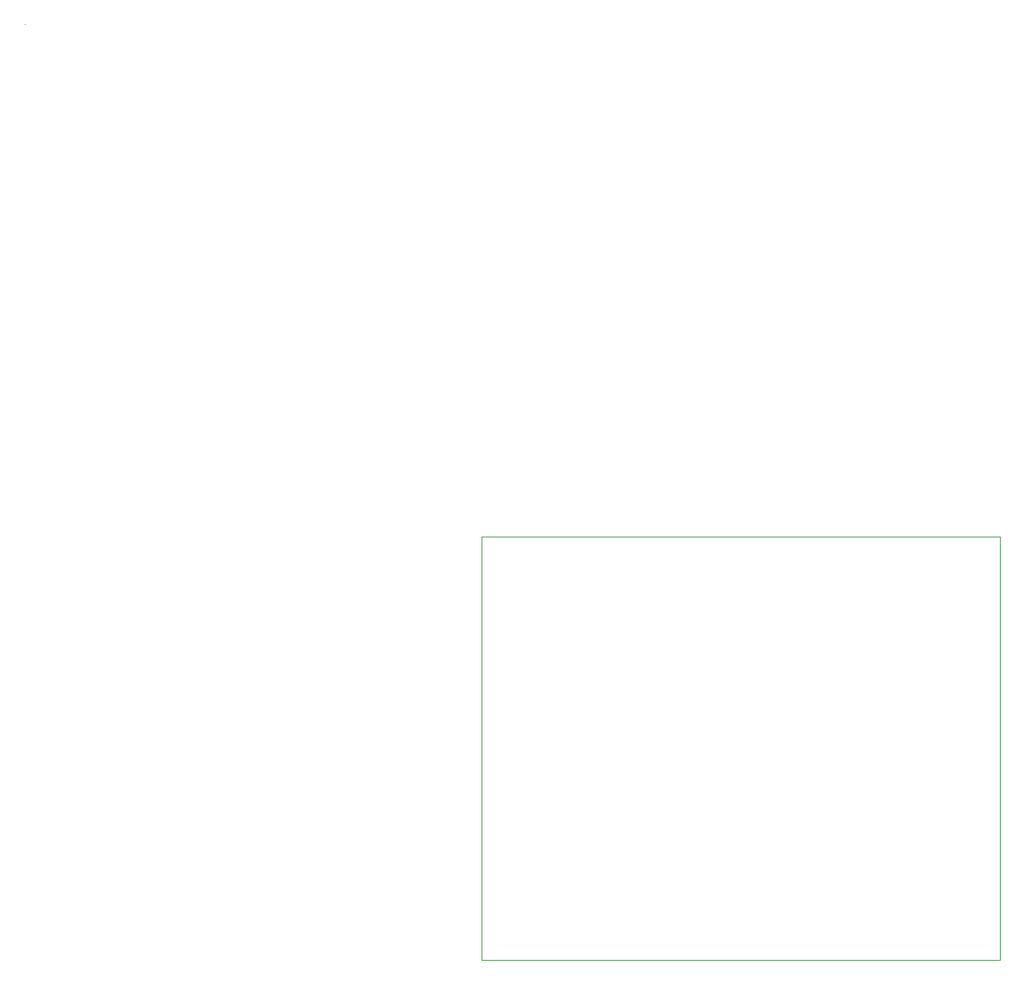
<source format=gbr>
%TF.GenerationSoftware,KiCad,Pcbnew,(6.99.0-3325-gcb6b2da55f)*%
%TF.CreationDate,2023-05-02T13:50:11+02:00*%
%TF.ProjectId,ac-control,61632d63-6f6e-4747-926f-6c2e6b696361,V1.0.0*%
%TF.SameCoordinates,Original*%
%TF.FileFunction,Profile,NP*%
%FSLAX46Y46*%
G04 Gerber Fmt 4.6, Leading zero omitted, Abs format (unit mm)*
G04 Created by KiCad (PCBNEW (6.99.0-3325-gcb6b2da55f)) date 2023-05-02 13:50:11*
%MOMM*%
%LPD*%
G01*
G04 APERTURE LIST*
%TA.AperFunction,Profile*%
%ADD10C,0.050000*%
%TD*%
G04 APERTURE END LIST*
D10*
X40974600Y-25554600D02*
X41000000Y-25554600D01*
X41000000Y-25554600D02*
X41000000Y-25580000D01*
X41000000Y-25580000D02*
X40974600Y-25580000D01*
X40974600Y-25580000D02*
X40974600Y-25554600D01*
X92475000Y-83425000D02*
X150875000Y-83425000D01*
X150875000Y-83425000D02*
X150875000Y-131200000D01*
X150875000Y-131200000D02*
X92475000Y-131200000D01*
X92475000Y-131200000D02*
X92475000Y-83425000D01*
M02*

</source>
